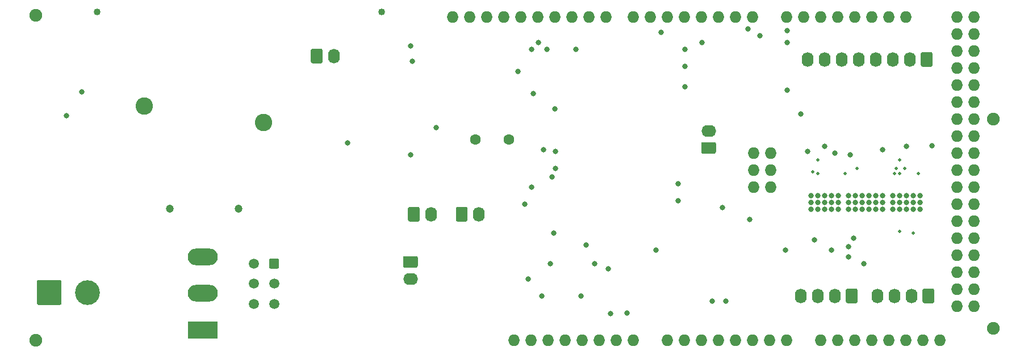
<source format=gbr>
G04 #@! TF.GenerationSoftware,KiCad,Pcbnew,(5.1.10)-1*
G04 #@! TF.CreationDate,2021-06-08T20:52:53+03:00*
G04 #@! TF.ProjectId,ScienceBoard-1,53636965-6e63-4654-926f-6172642d312e,rev?*
G04 #@! TF.SameCoordinates,Original*
G04 #@! TF.FileFunction,Copper,L3,Inr*
G04 #@! TF.FilePolarity,Positive*
%FSLAX46Y46*%
G04 Gerber Fmt 4.6, Leading zero omitted, Abs format (unit mm)*
G04 Created by KiCad (PCBNEW (5.1.10)-1) date 2021-06-08 20:52:53*
%MOMM*%
%LPD*%
G01*
G04 APERTURE LIST*
G04 #@! TA.AperFunction,ComponentPad*
%ADD10C,1.500000*%
G04 #@! TD*
G04 #@! TA.AperFunction,ComponentPad*
%ADD11C,3.700000*%
G04 #@! TD*
G04 #@! TA.AperFunction,ComponentPad*
%ADD12O,1.727200X1.727200*%
G04 #@! TD*
G04 #@! TA.AperFunction,ComponentPad*
%ADD13O,1.740000X2.200000*%
G04 #@! TD*
G04 #@! TA.AperFunction,ComponentPad*
%ADD14O,2.200000X1.740000*%
G04 #@! TD*
G04 #@! TA.AperFunction,ComponentPad*
%ADD15O,4.500000X2.500000*%
G04 #@! TD*
G04 #@! TA.AperFunction,ComponentPad*
%ADD16R,4.500000X2.500000*%
G04 #@! TD*
G04 #@! TA.AperFunction,ComponentPad*
%ADD17C,1.200000*%
G04 #@! TD*
G04 #@! TA.AperFunction,ComponentPad*
%ADD18C,2.600000*%
G04 #@! TD*
G04 #@! TA.AperFunction,ComponentPad*
%ADD19C,1.600000*%
G04 #@! TD*
G04 #@! TA.AperFunction,ViaPad*
%ADD20C,1.905000*%
G04 #@! TD*
G04 #@! TA.AperFunction,ViaPad*
%ADD21C,0.800000*%
G04 #@! TD*
G04 #@! TA.AperFunction,ViaPad*
%ADD22C,0.500000*%
G04 #@! TD*
G04 #@! TA.AperFunction,ViaPad*
%ADD23C,1.016000*%
G04 #@! TD*
G04 APERTURE END LIST*
D10*
X88440000Y-86772000D03*
X88440000Y-83772000D03*
X88440000Y-80772000D03*
X91440000Y-86772000D03*
X91440000Y-83772000D03*
G04 #@! TA.AperFunction,ComponentPad*
G36*
G01*
X90940000Y-80022000D02*
X91940000Y-80022000D01*
G75*
G02*
X92190000Y-80272000I0J-250000D01*
G01*
X92190000Y-81272000D01*
G75*
G02*
X91940000Y-81522000I-250000J0D01*
G01*
X90940000Y-81522000D01*
G75*
G02*
X90690000Y-81272000I0J250000D01*
G01*
X90690000Y-80272000D01*
G75*
G02*
X90940000Y-80022000I250000J0D01*
G01*
G37*
G04 #@! TD.AperFunction*
D11*
X63612000Y-85090000D03*
G04 #@! TA.AperFunction,ComponentPad*
G36*
G01*
X59512000Y-86940000D02*
X56312000Y-86940000D01*
G75*
G02*
X56062000Y-86690000I0J250000D01*
G01*
X56062000Y-83490000D01*
G75*
G02*
X56312000Y-83240000I250000J0D01*
G01*
X59512000Y-83240000D01*
G75*
G02*
X59762000Y-83490000I0J-250000D01*
G01*
X59762000Y-86690000D01*
G75*
G02*
X59512000Y-86940000I-250000J0D01*
G01*
G37*
G04 #@! TD.AperFunction*
D12*
X162912000Y-64300000D03*
X195805000Y-87160000D03*
X193265000Y-87160000D03*
X195805000Y-84620000D03*
X193265000Y-84620000D03*
X195805000Y-82080000D03*
X193265000Y-82080000D03*
X195805000Y-79540000D03*
X193265000Y-79540000D03*
X195805000Y-77000000D03*
X193265000Y-77000000D03*
X195805000Y-74460000D03*
X193265000Y-74460000D03*
X195805000Y-71920000D03*
X193265000Y-71920000D03*
X195805000Y-69380000D03*
X193265000Y-69380000D03*
X195805000Y-66840000D03*
X193265000Y-66840000D03*
X195805000Y-64300000D03*
X193265000Y-64300000D03*
X195805000Y-61760000D03*
X193265000Y-61760000D03*
X195805000Y-59220000D03*
X193265000Y-59220000D03*
X195805000Y-56680000D03*
X193265000Y-56680000D03*
X195805000Y-54140000D03*
X193265000Y-54140000D03*
X195805000Y-51600000D03*
X193265000Y-51600000D03*
X195805000Y-49060000D03*
X193265000Y-49060000D03*
X195805000Y-46520000D03*
X193265000Y-46520000D03*
X195805000Y-43980000D03*
X193265000Y-43980000D03*
X190725000Y-92240000D03*
X188185000Y-92240000D03*
X185645000Y-92240000D03*
X183105000Y-92240000D03*
X180565000Y-92240000D03*
X178025000Y-92240000D03*
X175485000Y-92240000D03*
X172945000Y-92240000D03*
X167865000Y-92240000D03*
X165325000Y-92240000D03*
X162785000Y-92240000D03*
X160245000Y-92240000D03*
X157705000Y-92240000D03*
X155165000Y-92240000D03*
X152625000Y-92240000D03*
X127225000Y-92240000D03*
X133321000Y-43980000D03*
X130781000Y-43980000D03*
X128241000Y-43980000D03*
X123161000Y-43980000D03*
X120621000Y-43980000D03*
X118081000Y-43980000D03*
X135861000Y-43980000D03*
X138401000Y-43980000D03*
X140941000Y-43980000D03*
X125701000Y-43980000D03*
X145005000Y-43980000D03*
X147545000Y-43980000D03*
X150085000Y-43980000D03*
X152625000Y-43980000D03*
X155165000Y-43980000D03*
X157705000Y-43980000D03*
X160245000Y-43980000D03*
X162785000Y-43980000D03*
X167865000Y-43980000D03*
X170405000Y-43980000D03*
X172945000Y-43980000D03*
X175485000Y-43980000D03*
X178025000Y-43980000D03*
X180565000Y-43980000D03*
X183105000Y-43980000D03*
X185645000Y-43980000D03*
X129765000Y-92240000D03*
X132305000Y-92240000D03*
X134845000Y-92240000D03*
X137385000Y-92240000D03*
X139925000Y-92240000D03*
X142465000Y-92240000D03*
X145005000Y-92240000D03*
X150085000Y-92240000D03*
X165452000Y-64300000D03*
X162912000Y-66840000D03*
X165452000Y-66840000D03*
X165452000Y-69380000D03*
X162912000Y-69380000D03*
D13*
X121938000Y-73406000D03*
G04 #@! TA.AperFunction,ComponentPad*
G36*
G01*
X118528000Y-74256001D02*
X118528000Y-72555999D01*
G75*
G02*
X118777999Y-72306000I249999J0D01*
G01*
X120018001Y-72306000D01*
G75*
G02*
X120268000Y-72555999I0J-249999D01*
G01*
X120268000Y-74256001D01*
G75*
G02*
X120018001Y-74506000I-249999J0D01*
G01*
X118777999Y-74506000D01*
G75*
G02*
X118528000Y-74256001I0J249999D01*
G01*
G37*
G04 #@! TD.AperFunction*
X114808000Y-73406000D03*
G04 #@! TA.AperFunction,ComponentPad*
G36*
G01*
X111398000Y-74256001D02*
X111398000Y-72555999D01*
G75*
G02*
X111647999Y-72306000I249999J0D01*
G01*
X112888001Y-72306000D01*
G75*
G02*
X113138000Y-72555999I0J-249999D01*
G01*
X113138000Y-74256001D01*
G75*
G02*
X112888001Y-74506000I-249999J0D01*
G01*
X111647999Y-74506000D01*
G75*
G02*
X111398000Y-74256001I0J249999D01*
G01*
G37*
G04 #@! TD.AperFunction*
D14*
X111760000Y-83058000D03*
G04 #@! TA.AperFunction,ComponentPad*
G36*
G01*
X110909999Y-79648000D02*
X112610001Y-79648000D01*
G75*
G02*
X112860000Y-79897999I0J-249999D01*
G01*
X112860000Y-81138001D01*
G75*
G02*
X112610001Y-81388000I-249999J0D01*
G01*
X110909999Y-81388000D01*
G75*
G02*
X110660000Y-81138001I0J249999D01*
G01*
X110660000Y-79897999D01*
G75*
G02*
X110909999Y-79648000I249999J0D01*
G01*
G37*
G04 #@! TD.AperFunction*
D13*
X100330000Y-49784000D03*
G04 #@! TA.AperFunction,ComponentPad*
G36*
G01*
X96920000Y-50634001D02*
X96920000Y-48933999D01*
G75*
G02*
X97169999Y-48684000I249999J0D01*
G01*
X98410001Y-48684000D01*
G75*
G02*
X98660000Y-48933999I0J-249999D01*
G01*
X98660000Y-50634001D01*
G75*
G02*
X98410001Y-50884000I-249999J0D01*
G01*
X97169999Y-50884000D01*
G75*
G02*
X96920000Y-50634001I0J249999D01*
G01*
G37*
G04 #@! TD.AperFunction*
D15*
X80772000Y-79778000D03*
X80772000Y-85228000D03*
D16*
X80772000Y-90678000D03*
D17*
X75896000Y-72542000D03*
D18*
X89896000Y-59742000D03*
X72096000Y-57242000D03*
D17*
X86096000Y-72542000D03*
D14*
X156210000Y-60960000D03*
G04 #@! TA.AperFunction,ComponentPad*
G36*
G01*
X157060001Y-64370000D02*
X155359999Y-64370000D01*
G75*
G02*
X155110000Y-64120001I0J249999D01*
G01*
X155110000Y-62879999D01*
G75*
G02*
X155359999Y-62630000I249999J0D01*
G01*
X157060001Y-62630000D01*
G75*
G02*
X157310000Y-62879999I0J-249999D01*
G01*
X157310000Y-64120001D01*
G75*
G02*
X157060001Y-64370000I-249999J0D01*
G01*
G37*
G04 #@! TD.AperFunction*
D13*
X181356000Y-85598000D03*
X183896000Y-85598000D03*
X186436000Y-85598000D03*
G04 #@! TA.AperFunction,ComponentPad*
G36*
G01*
X189846000Y-84747999D02*
X189846000Y-86448001D01*
G75*
G02*
X189596001Y-86698000I-249999J0D01*
G01*
X188355999Y-86698000D01*
G75*
G02*
X188106000Y-86448001I0J249999D01*
G01*
X188106000Y-84747999D01*
G75*
G02*
X188355999Y-84498000I249999J0D01*
G01*
X189596001Y-84498000D01*
G75*
G02*
X189846000Y-84747999I0J-249999D01*
G01*
G37*
G04 #@! TD.AperFunction*
X169926000Y-85598000D03*
X172466000Y-85598000D03*
X175006000Y-85598000D03*
G04 #@! TA.AperFunction,ComponentPad*
G36*
G01*
X178416000Y-84747999D02*
X178416000Y-86448001D01*
G75*
G02*
X178166001Y-86698000I-249999J0D01*
G01*
X176925999Y-86698000D01*
G75*
G02*
X176676000Y-86448001I0J249999D01*
G01*
X176676000Y-84747999D01*
G75*
G02*
X176925999Y-84498000I249999J0D01*
G01*
X178166001Y-84498000D01*
G75*
G02*
X178416000Y-84747999I0J-249999D01*
G01*
G37*
G04 #@! TD.AperFunction*
X170942000Y-50292000D03*
X173482000Y-50292000D03*
X176022000Y-50292000D03*
X178562000Y-50292000D03*
X181102000Y-50292000D03*
X183642000Y-50292000D03*
X186182000Y-50292000D03*
G04 #@! TA.AperFunction,ComponentPad*
G36*
G01*
X189592000Y-49441999D02*
X189592000Y-51142001D01*
G75*
G02*
X189342001Y-51392000I-249999J0D01*
G01*
X188101999Y-51392000D01*
G75*
G02*
X187852000Y-51142001I0J249999D01*
G01*
X187852000Y-49441999D01*
G75*
G02*
X188101999Y-49192000I249999J0D01*
G01*
X189342001Y-49192000D01*
G75*
G02*
X189592000Y-49441999I0J-249999D01*
G01*
G37*
G04 #@! TD.AperFunction*
D19*
X126412000Y-62230000D03*
X121412000Y-62230000D03*
D20*
X55880000Y-92202000D03*
X55880000Y-43688000D03*
X198628000Y-59182000D03*
X198628000Y-90424000D03*
D21*
X60452000Y-58674000D03*
X169926000Y-58420000D03*
X129286000Y-83058000D03*
D22*
X184658000Y-75946000D03*
X186690000Y-76200000D03*
D21*
X112014000Y-50546000D03*
X182118000Y-63754000D03*
X170942000Y-64008000D03*
X133350000Y-64008000D03*
X148336000Y-78740000D03*
X137922000Y-77978000D03*
X179324000Y-80772000D03*
X127762000Y-52070000D03*
X167640000Y-78740000D03*
X111760000Y-64516000D03*
X102362000Y-62738000D03*
X171450000Y-72644000D03*
X171450000Y-71628000D03*
X171450000Y-70612000D03*
X172466000Y-70612000D03*
X172466000Y-71628000D03*
X172466000Y-72644000D03*
X173482000Y-72644000D03*
X173482000Y-71628000D03*
X173482000Y-70612000D03*
X174498000Y-70612000D03*
X174498000Y-71628000D03*
X174498000Y-72644000D03*
X175514000Y-72644000D03*
X175514000Y-71628000D03*
X175514000Y-70612000D03*
X183642000Y-70612000D03*
X184658000Y-70612000D03*
X185674000Y-70612000D03*
X186690000Y-70612000D03*
X187706000Y-70612000D03*
X187706000Y-71628000D03*
X186690000Y-71628000D03*
X185674000Y-71628000D03*
X184658000Y-71628000D03*
X183642000Y-71628000D03*
X183642000Y-72644000D03*
X184658000Y-72644000D03*
X185674000Y-72644000D03*
X186690000Y-72644000D03*
X187706000Y-72644000D03*
D22*
X171704000Y-67056000D03*
X183896000Y-67310000D03*
D21*
X177292000Y-64516000D03*
X173482000Y-63246000D03*
X175006000Y-64262000D03*
X185674000Y-63246000D03*
X189483854Y-63140729D03*
X115570000Y-60452000D03*
X136398000Y-48768000D03*
X149098000Y-46228000D03*
X130048000Y-55372000D03*
X129794000Y-69342000D03*
X182118000Y-70612000D03*
X181102000Y-70612000D03*
X180086000Y-70612000D03*
X179070000Y-70612000D03*
X178054000Y-70612000D03*
X177038000Y-70612000D03*
X177038000Y-71628000D03*
X178054000Y-71628000D03*
X179070000Y-71628000D03*
X180086000Y-71628000D03*
X181102000Y-71628000D03*
X182118000Y-71628000D03*
X182118000Y-72644000D03*
X181102000Y-72644000D03*
X180086000Y-72644000D03*
X179070000Y-72644000D03*
X178054000Y-72644000D03*
X177038000Y-72644000D03*
X171958000Y-77216000D03*
X174498000Y-78740000D03*
D22*
X184658000Y-67310000D03*
X184658000Y-65278000D03*
D21*
X133096000Y-76200000D03*
X144018000Y-88138000D03*
X128778000Y-71882000D03*
X141605000Y-88265000D03*
X133331000Y-57677000D03*
X131572000Y-63754000D03*
X162052000Y-45720000D03*
X163830000Y-46736000D03*
D23*
X65024000Y-43180000D03*
X107442000Y-43180000D03*
D21*
X130810000Y-47752000D03*
X132842000Y-67818000D03*
X133350000Y-66548000D03*
X155194000Y-47752000D03*
X62738000Y-55118000D03*
D22*
X185420000Y-66548000D03*
X178308000Y-66548000D03*
X184150000Y-66548000D03*
D21*
X177800000Y-76962000D03*
X177038000Y-78232000D03*
X177038000Y-79756000D03*
D22*
X187452000Y-67310000D03*
X172489000Y-65278000D03*
X176530000Y-67310000D03*
X172489000Y-67310000D03*
D21*
X111760000Y-48260000D03*
X129794000Y-48768000D03*
X132080000Y-48768000D03*
X141224000Y-81534000D03*
X131318000Y-85598000D03*
X137160000Y-85598000D03*
X152654000Y-51308000D03*
X151638000Y-71374000D03*
X151638000Y-68834000D03*
X152654000Y-48768000D03*
X152654000Y-54356000D03*
X158242000Y-72390000D03*
X162306000Y-74168000D03*
X156718000Y-86360000D03*
X158750000Y-86360000D03*
X158750000Y-86360000D03*
X139192000Y-80772000D03*
X132588000Y-80772000D03*
X167894000Y-45974000D03*
X167894000Y-47752000D03*
X167894000Y-54864000D03*
M02*

</source>
